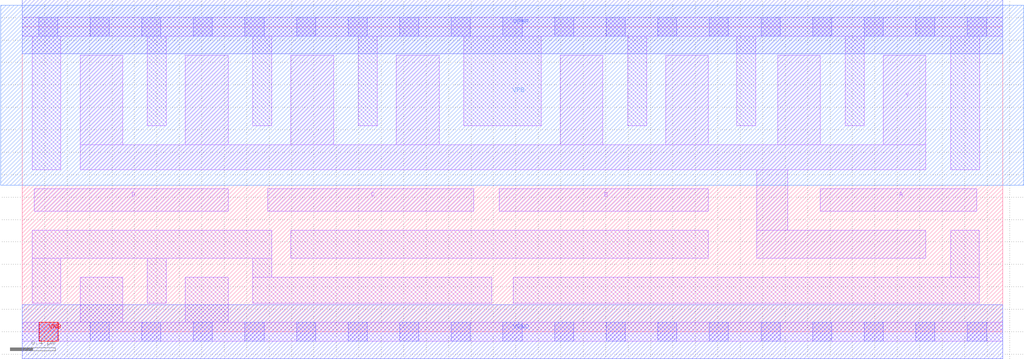
<source format=lef>
# Copyright 2020 The SkyWater PDK Authors
#
# Licensed under the Apache License, Version 2.0 (the "License");
# you may not use this file except in compliance with the License.
# You may obtain a copy of the License at
#
#     https://www.apache.org/licenses/LICENSE-2.0
#
# Unless required by applicable law or agreed to in writing, software
# distributed under the License is distributed on an "AS IS" BASIS,
# WITHOUT WARRANTIES OR CONDITIONS OF ANY KIND, either express or implied.
# See the License for the specific language governing permissions and
# limitations under the License.
#
# SPDX-License-Identifier: Apache-2.0

VERSION 5.7 ;
  NOWIREEXTENSIONATPIN ON ;
  DIVIDERCHAR "/" ;
  BUSBITCHARS "[]" ;
PROPERTYDEFINITIONS
  MACRO maskLayoutSubType STRING ;
  MACRO prCellType STRING ;
  MACRO originalViewName STRING ;
END PROPERTYDEFINITIONS
MACRO sky130_fd_sc_hdll__nand4_4
  CLASS CORE ;
  FOREIGN sky130_fd_sc_hdll__nand4_4 ;
  ORIGIN  0.000000  0.000000 ;
  SIZE  8.740000 BY  2.720000 ;
  SYMMETRY X Y R90 ;
  SITE unithd ;
  PIN A
    ANTENNAGATEAREA  1.110000 ;
    DIRECTION INPUT ;
    USE SIGNAL ;
    PORT
      LAYER li1 ;
        RECT 7.115000 1.075000 8.510000 1.275000 ;
    END
  END A
  PIN B
    ANTENNAGATEAREA  1.110000 ;
    DIRECTION INPUT ;
    USE SIGNAL ;
    PORT
      LAYER li1 ;
        RECT 4.250000 1.075000 6.115000 1.275000 ;
    END
  END B
  PIN C
    ANTENNAGATEAREA  1.110000 ;
    DIRECTION INPUT ;
    USE SIGNAL ;
    PORT
      LAYER li1 ;
        RECT 2.190000 1.075000 4.025000 1.275000 ;
    END
  END C
  PIN D
    ANTENNAGATEAREA  1.110000 ;
    DIRECTION INPUT ;
    USE SIGNAL ;
    PORT
      LAYER li1 ;
        RECT 0.105000 1.075000 1.835000 1.275000 ;
    END
  END D
  PIN VGND
    ANTENNADIFFAREA  0.416000 ;
    DIRECTION INOUT ;
    USE SIGNAL ;
    PORT
      LAYER met1 ;
        RECT 0.000000 -0.240000 8.740000 0.240000 ;
    END
  END VGND
  PIN VNB
    PORT
      LAYER pwell ;
        RECT 0.150000 -0.085000 0.320000 0.085000 ;
    END
  END VNB
  PIN VPB
    PORT
      LAYER nwell ;
        RECT -0.190000 1.305000 8.925000 2.910000 ;
    END
  END VPB
  PIN VPWR
    ANTENNADIFFAREA  3.150000 ;
    DIRECTION INOUT ;
    USE SIGNAL ;
    PORT
      LAYER met1 ;
        RECT 0.000000 2.480000 8.740000 2.960000 ;
    END
  END VPWR
  PIN Y
    ANTENNADIFFAREA  2.736000 ;
    DIRECTION OUTPUT ;
    USE SIGNAL ;
    PORT
      LAYER li1 ;
        RECT 0.515000 1.445000 8.055000 1.665000 ;
        RECT 0.515000 1.665000 0.895000 2.465000 ;
        RECT 1.455000 1.665000 1.835000 2.465000 ;
        RECT 2.395000 1.665000 2.775000 2.465000 ;
        RECT 3.335000 1.665000 3.715000 2.465000 ;
        RECT 4.795000 1.665000 5.175000 2.465000 ;
        RECT 5.735000 1.665000 6.115000 2.465000 ;
        RECT 6.545000 0.655000 8.055000 0.905000 ;
        RECT 6.545000 0.905000 6.825000 1.445000 ;
        RECT 6.735000 1.665000 7.115000 2.465000 ;
        RECT 7.675000 1.665000 8.055000 2.465000 ;
    END
  END Y
  OBS
    LAYER li1 ;
      RECT 0.000000 -0.085000 8.740000 0.085000 ;
      RECT 0.000000  2.635000 8.740000 2.805000 ;
      RECT 0.090000  0.255000 0.345000 0.655000 ;
      RECT 0.090000  0.655000 2.225000 0.905000 ;
      RECT 0.090000  1.445000 0.345000 2.635000 ;
      RECT 0.515000  0.085000 0.895000 0.485000 ;
      RECT 1.115000  0.255000 1.285000 0.655000 ;
      RECT 1.115000  1.835000 1.285000 2.635000 ;
      RECT 1.455000  0.085000 1.835000 0.485000 ;
      RECT 2.055000  0.255000 4.185000 0.485000 ;
      RECT 2.055000  0.485000 2.225000 0.655000 ;
      RECT 2.055000  1.835000 2.225000 2.635000 ;
      RECT 2.395000  0.655000 6.115000 0.905000 ;
      RECT 2.995000  1.835000 3.165000 2.635000 ;
      RECT 3.935000  1.835000 4.625000 2.635000 ;
      RECT 4.375000  0.255000 8.530000 0.485000 ;
      RECT 5.395000  1.835000 5.565000 2.635000 ;
      RECT 6.370000  1.835000 6.540000 2.635000 ;
      RECT 7.335000  1.835000 7.505000 2.635000 ;
      RECT 8.275000  0.485000 8.530000 0.905000 ;
      RECT 8.275000  1.445000 8.535000 2.635000 ;
    LAYER mcon ;
      RECT 0.145000 -0.085000 0.315000 0.085000 ;
      RECT 0.145000  2.635000 0.315000 2.805000 ;
      RECT 0.605000 -0.085000 0.775000 0.085000 ;
      RECT 0.605000  2.635000 0.775000 2.805000 ;
      RECT 1.065000 -0.085000 1.235000 0.085000 ;
      RECT 1.065000  2.635000 1.235000 2.805000 ;
      RECT 1.525000 -0.085000 1.695000 0.085000 ;
      RECT 1.525000  2.635000 1.695000 2.805000 ;
      RECT 1.985000 -0.085000 2.155000 0.085000 ;
      RECT 1.985000  2.635000 2.155000 2.805000 ;
      RECT 2.445000 -0.085000 2.615000 0.085000 ;
      RECT 2.445000  2.635000 2.615000 2.805000 ;
      RECT 2.905000 -0.085000 3.075000 0.085000 ;
      RECT 2.905000  2.635000 3.075000 2.805000 ;
      RECT 3.365000 -0.085000 3.535000 0.085000 ;
      RECT 3.365000  2.635000 3.535000 2.805000 ;
      RECT 3.825000 -0.085000 3.995000 0.085000 ;
      RECT 3.825000  2.635000 3.995000 2.805000 ;
      RECT 4.285000 -0.085000 4.455000 0.085000 ;
      RECT 4.285000  2.635000 4.455000 2.805000 ;
      RECT 4.745000 -0.085000 4.915000 0.085000 ;
      RECT 4.745000  2.635000 4.915000 2.805000 ;
      RECT 5.205000 -0.085000 5.375000 0.085000 ;
      RECT 5.205000  2.635000 5.375000 2.805000 ;
      RECT 5.665000 -0.085000 5.835000 0.085000 ;
      RECT 5.665000  2.635000 5.835000 2.805000 ;
      RECT 6.125000 -0.085000 6.295000 0.085000 ;
      RECT 6.125000  2.635000 6.295000 2.805000 ;
      RECT 6.585000 -0.085000 6.755000 0.085000 ;
      RECT 6.585000  2.635000 6.755000 2.805000 ;
      RECT 7.045000 -0.085000 7.215000 0.085000 ;
      RECT 7.045000  2.635000 7.215000 2.805000 ;
      RECT 7.505000 -0.085000 7.675000 0.085000 ;
      RECT 7.505000  2.635000 7.675000 2.805000 ;
      RECT 7.965000 -0.085000 8.135000 0.085000 ;
      RECT 7.965000  2.635000 8.135000 2.805000 ;
      RECT 8.425000 -0.085000 8.595000 0.085000 ;
      RECT 8.425000  2.635000 8.595000 2.805000 ;
  END
  PROPERTY maskLayoutSubType "abstract" ;
  PROPERTY prCellType "standard" ;
  PROPERTY originalViewName "layout" ;
END sky130_fd_sc_hdll__nand4_4
END LIBRARY

</source>
